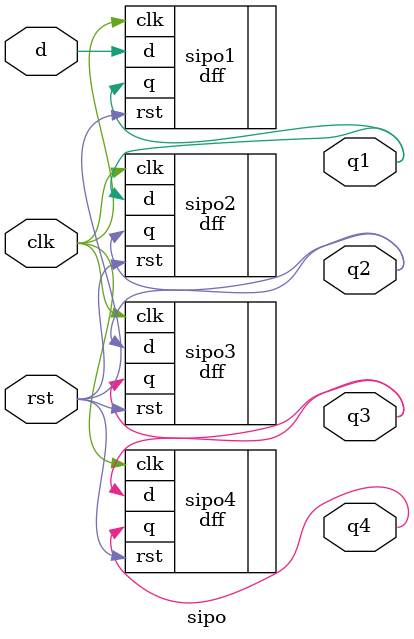
<source format=v>
module sipo(clk,rst,d,q1,q2,q3,q4);
input clk,d,rst;
output  q1,q2,q3,q4;

//wire w1, w2,w3;

 dff sipo1(.clk(clk),
           .rst(rst),
           .d(d),
           .q(q1));

 dff sipo2(.clk(clk),
           .rst(rst),
           .d(q1),
           .q(q2));

 dff sipo3(.clk(clk),
           .rst(rst),
           .d(q2),
           .q(q3));

 dff sipo4(.clk(clk),
           .rst(rst),
           .d(q3),
           .q(q4));

endmodule

</source>
